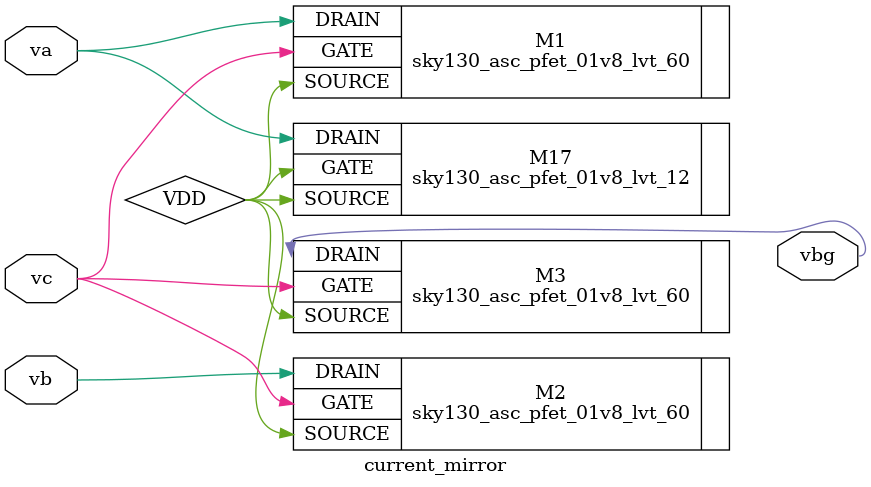
<source format=v>

module bgr_top (
    input wire porst,
    output wire va, 
    output wire vb,
    output wire vbg
 );
 wire vc;
 amplifier amp(
     .va(va),
     .vb(vb),
     .vc(vc)
 );

 core BGR_Core(
     .va(va),
     .vb(vb)
 );

 current_mirror CM(
     .va(va),
     .vb(vb),
     .vc(vc),
     .vbg(vbg)
 );

 // =================================set up ========================
 sky130_asc_nfet_01v8_lvt_9 M10(
     .GATE(porst),
     .SOURCE(VSS),
     .DRAIN(vc)
 );

 wire l17, l18, l19, l20;
 resistor R17 (
     .rin(vbg),
     .rout(l17)
 );
 resistor R18(
     .rin(l17),
     .rout(l18)
 );
 resistor R19(
     .rin(l18),
     .rout(l19)
 );
 resistor R20(
     .rin(l19),
     .rout(l20)
 );
 sky130_asc_res R21(
     .Rin(l20),
     .Rout(VSS)
 );

endmodule

// ============================================ module amplifier =====================================
module amplifier (
    output wire va,
    output wire vb,
    output wire vc
 );
 wire vg, vq, vx;

 sky130_asc_pfet_01v8_lvt_6 M4 (
     .GATE(vg),
     .SOURCE(VDD),
     .DRAIN(vg)
 );

 sky130_asc_pfet_01v8_lvt_6 M8 (
     .GATE(vg),
     .SOURCE(VDD),
     .DRAIN(vc)
 );

 sky130_asc_nfet_01v8_lvt_9 M9 (
     .GATE(vb),
     .SOURCE(vq),
     .DRAIN(vg)
 );

 sky130_asc_nfet_01v8_lvt_9 M5 (
     .GATE(va),
     .SOURCE(vq),
     .DRAIN(vc)
 );

 sky130_asc_nfet_01v8_lvt_1 M6 (
     .GATE(vx),
     .SOURCE(VSS),
     .DRAIN(vq)
 );

 sky130_asc_nfet_01v8_lvt_1 M7 (
     .GATE(vx),
     .SOURCE(VSS),
     .DRAIN(vx)
 );

 sky130_asc_pfet_01v8_lvt_12 M13 (
     .GATE(vc),
     .SOURCE(VDD),
     .DRAIN(vx)
 );

endmodule

// ===================================== module core =============================
module core (
    output va,
    output vb
 );
 wire vbneg, l6, l7, l8, l10, l11;
  
//  sky130_asc_cap_mim_m3_1 C2 (
//      .Cin(va),
//      .Cout(VSS)
//  );
 resistor R6 (
    .rin(va),
    .rout(l6)
 );
 resistor R7 (
     .rin(l6),
     .rout(l7)
 );
 resistor R8 (
     .rin(l7),
     .rout(l8)
 );
 resistor R10 (
     .rin(l8),
     .rout(l10)
 );
 resistor R11 (
     .rin(l10),
     .rout(l11)
 );
 sky130_asc_res_xhigh_po_2p85_2 R9 (
     .Rin(l11),
     .Rout(ground)
 );
 sky130_asc_pnp_05v5_W3p40L3p40_1 pnp_va (
     .Emitter(va),
     .Base(ground),
     .Collector(ground)
 );

 resistor R3 (
     .rin(vb),
     .rout(vbneg)
 );

 pnp_array pnp_vb (
     .emitter(vbneg),
     .base(ground),
     .Collector(ground)
 );

 wire l1, l2, l4, l5, l12;
 resistor R1 (
     .rin(l1),
     .rout(vb)
 );
 resistor R2 (
     .rin(l1),
     .rout(l2)
 );
 resistor R4 (
     .rin(l2),
     .rout(l4)
 );
 resistor R5 (
     .rin(l4),
     .rout(l5)
 );
 resistor R12 (
     .rin(l5),
     .rout(l12)
 );
 sky130_asc_res_xhigh_po_2p85_2 R13 (
     .Rin(l12),
     .Rout(ground)
 );

endmodule

module resistor (
    input rin,
    output rout
  );
  wire l;
  sky130_asc_res_xhigh_po_2p85_1 sub1(
      .Rin(rin),
      .Rout(l)
  );
  sky130_asc_res_xhigh_po_2p85_1 sub2(
      .Rin(l),
      .Rout(rout)
  );
endmodule

module pnp_array (
    input emitter,
    output base,
    output collector
 );
 sky130_asc_pnp_05v5_W3p40L3p40_8 b1(
     .Emitter(emitter),
     .Base(base),
     .Collector(collector)
 );
 sky130_asc_pnp_05v5_W3p40L3p40_8 b2(
     .Emitter(emitter),
     .Base(base),
     .Collector(collector)
 );
 sky130_asc_pnp_05v5_W3p40L3p40_8 b3(
     .Emitter(emitter),
     .Base(base),
     .Collector(collector)
 );
 sky130_asc_pnp_05v5_W3p40L3p40_8 b4(
     .Emitter(emitter),
     .Base(base),
     .Collector(collector)
 );
 sky130_asc_pnp_05v5_W3p40L3p40_7 b5(
     .Emitter(emitter),
     .Base(base),
     .Collector(collector)
 );
endmodule

// ============================================== current mirror =================================
module current_mirror (
    input va,
    input vb,
    input vc,
    output vbg
 );
//  sky130_asc_cap_mim_m3_1 C1 (
//      .Cin(VDD),
//      .Cout(vc)
//  );
 sky130_asc_pfet_01v8_lvt_12 M17 (
     .GATE(VDD),
     .SOURCE(VDD),
     .DRAIN(va)
 );
 sky130_asc_pfet_01v8_lvt_60 M1 (
     .GATE(vc),
     .SOURCE(VDD),
     .DRAIN(va)
 );
 sky130_asc_pfet_01v8_lvt_60 M2 (
     .GATE(vc),
     .SOURCE(VDD),
     .DRAIN(vb)
 );
 sky130_asc_pfet_01v8_lvt_60 M3 (
     .GATE(vc),
     .SOURCE(VDD),
     .DRAIN(vbg)
 );
endmodule
</source>
